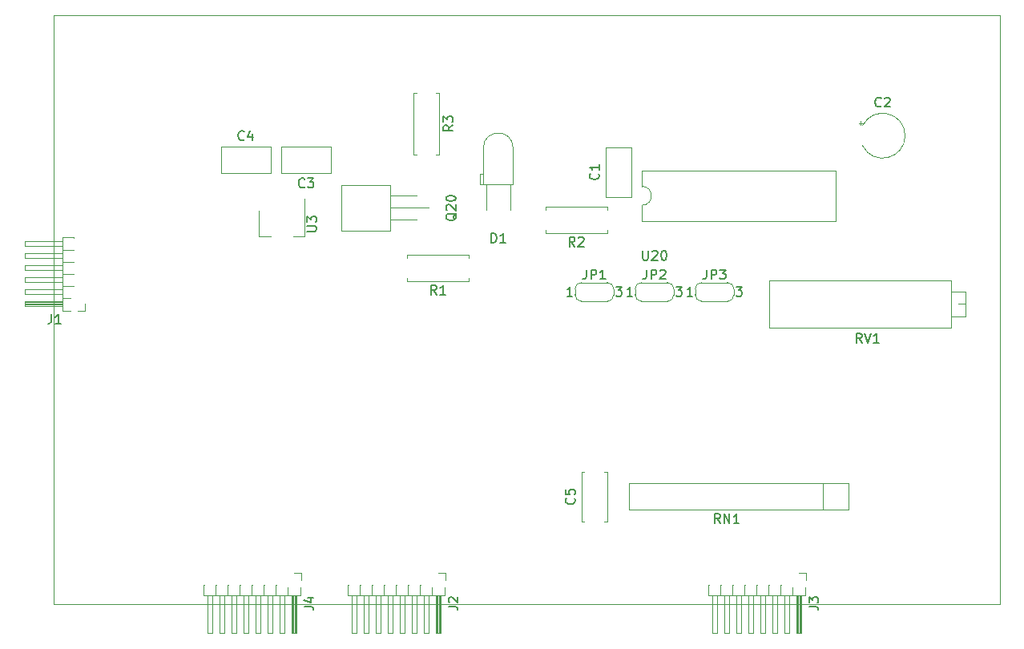
<source format=gto>
%TF.GenerationSoftware,KiCad,Pcbnew,5.1.3-ffb9f22~84~ubuntu16.04.1*%
%TF.CreationDate,2019-07-27T15:58:03+02:00*%
%TF.ProjectId,Raspberry-I2C-LCD-and-Keypad,52617370-6265-4727-9279-2d4932432d4c,rev?*%
%TF.SameCoordinates,Original*%
%TF.FileFunction,Legend,Top*%
%TF.FilePolarity,Positive*%
%FSLAX46Y46*%
G04 Gerber Fmt 4.6, Leading zero omitted, Abs format (unit mm)*
G04 Created by KiCad (PCBNEW 5.1.3-ffb9f22~84~ubuntu16.04.1) date 2019-07-27 15:58:03*
%MOMM*%
%LPD*%
G04 APERTURE LIST*
%ADD10C,0.050000*%
%ADD11C,0.120000*%
%ADD12C,0.150000*%
G04 APERTURE END LIST*
D10*
X191439800Y-69850000D02*
X91440000Y-69850000D01*
X191439800Y-132080000D02*
X191439800Y-69850000D01*
X91440000Y-132080000D02*
X191439800Y-132080000D01*
X91440000Y-69850000D02*
X91440000Y-132080000D01*
D11*
X149760000Y-83760000D02*
X152500000Y-83760000D01*
X149760000Y-89000000D02*
X152500000Y-89000000D01*
X152500000Y-89000000D02*
X152500000Y-83760000D01*
X149760000Y-89000000D02*
X149760000Y-83760000D01*
X176737712Y-80990000D02*
X176737712Y-81440000D01*
X176512712Y-81215000D02*
X176962712Y-81215000D01*
X176930260Y-83610000D02*
G75*
G03X176930259Y-81490000I2119740J1060000D01*
G01*
X115510000Y-86460000D02*
X115510000Y-83720000D01*
X120750000Y-86460000D02*
X120750000Y-83720000D01*
X120750000Y-83720000D02*
X115510000Y-83720000D01*
X120750000Y-86460000D02*
X115510000Y-86460000D01*
X114360000Y-83720000D02*
X114360000Y-86460000D01*
X109120000Y-83720000D02*
X109120000Y-86460000D01*
X109120000Y-86460000D02*
X114360000Y-86460000D01*
X109120000Y-83720000D02*
X114360000Y-83720000D01*
X137160000Y-90360000D02*
X137160000Y-90360000D01*
X137160000Y-87690000D02*
X137160000Y-90360000D01*
X137160000Y-87690000D02*
X137160000Y-87690000D01*
X137160000Y-90360000D02*
X137160000Y-87690000D01*
X139700000Y-90360000D02*
X139700000Y-90360000D01*
X139700000Y-87690000D02*
X139700000Y-90360000D01*
X139700000Y-87690000D02*
X139700000Y-87690000D01*
X139700000Y-90360000D02*
X139700000Y-87690000D01*
X136870000Y-87690000D02*
X136470000Y-87690000D01*
X136870000Y-86570000D02*
X136870000Y-87690000D01*
X136470000Y-86570000D02*
X136870000Y-86570000D01*
X136470000Y-87690000D02*
X136470000Y-86570000D01*
X139990000Y-87690000D02*
X136870000Y-87690000D01*
X136870000Y-87690000D02*
X136870000Y-83830000D01*
X139990000Y-87690000D02*
X139990000Y-83830000D01*
X136870000Y-83830000D02*
G75*
G02X139990000Y-83830000I1560000J0D01*
G01*
X94740000Y-101090000D02*
X93980000Y-101090000D01*
X94740000Y-100330000D02*
X94740000Y-101090000D01*
X88420000Y-93720000D02*
X92420000Y-93720000D01*
X88420000Y-94240000D02*
X88420000Y-93720000D01*
X92420000Y-94240000D02*
X88420000Y-94240000D01*
X93540000Y-94630323D02*
X93540000Y-94599677D01*
X93540000Y-94615000D02*
X92420000Y-94615000D01*
X88420000Y-94990000D02*
X92420000Y-94990000D01*
X88420000Y-95510000D02*
X88420000Y-94990000D01*
X92420000Y-95510000D02*
X88420000Y-95510000D01*
X93540000Y-95900323D02*
X93540000Y-95869677D01*
X93540000Y-95885000D02*
X92420000Y-95885000D01*
X88420000Y-96260000D02*
X92420000Y-96260000D01*
X88420000Y-96780000D02*
X88420000Y-96260000D01*
X92420000Y-96780000D02*
X88420000Y-96780000D01*
X93540000Y-97170323D02*
X93540000Y-97139677D01*
X93540000Y-97155000D02*
X92420000Y-97155000D01*
X88420000Y-97530000D02*
X92420000Y-97530000D01*
X88420000Y-98050000D02*
X88420000Y-97530000D01*
X92420000Y-98050000D02*
X88420000Y-98050000D01*
X93540000Y-98440323D02*
X93540000Y-98409677D01*
X93540000Y-98425000D02*
X92420000Y-98425000D01*
X88420000Y-98800000D02*
X92420000Y-98800000D01*
X88420000Y-99320000D02*
X88420000Y-98800000D01*
X92420000Y-99320000D02*
X88420000Y-99320000D01*
X93220000Y-99695000D02*
X92420000Y-99695000D01*
X92420000Y-100170000D02*
X88420000Y-100170000D01*
X92420000Y-100290000D02*
X88420000Y-100290000D01*
X92420000Y-100410000D02*
X88420000Y-100410000D01*
X92420000Y-100530000D02*
X88420000Y-100530000D01*
X88420000Y-100070000D02*
X92420000Y-100070000D01*
X88420000Y-100590000D02*
X88420000Y-100070000D01*
X92420000Y-100590000D02*
X88420000Y-100590000D01*
X93540000Y-93285000D02*
X93540000Y-93360323D01*
X92420000Y-93285000D02*
X93540000Y-93285000D01*
X92420000Y-101025000D02*
X92420000Y-93285000D01*
X93220000Y-101025000D02*
X92420000Y-101025000D01*
X132840000Y-128780000D02*
X132840000Y-129540000D01*
X132080000Y-128780000D02*
X132840000Y-128780000D01*
X122930000Y-135100000D02*
X122930000Y-131100000D01*
X123450000Y-135100000D02*
X122930000Y-135100000D01*
X123450000Y-131100000D02*
X123450000Y-135100000D01*
X123840323Y-129980000D02*
X123809677Y-129980000D01*
X123825000Y-129980000D02*
X123825000Y-131100000D01*
X124200000Y-135100000D02*
X124200000Y-131100000D01*
X124720000Y-135100000D02*
X124200000Y-135100000D01*
X124720000Y-131100000D02*
X124720000Y-135100000D01*
X125110323Y-129980000D02*
X125079677Y-129980000D01*
X125095000Y-129980000D02*
X125095000Y-131100000D01*
X125470000Y-135100000D02*
X125470000Y-131100000D01*
X125990000Y-135100000D02*
X125470000Y-135100000D01*
X125990000Y-131100000D02*
X125990000Y-135100000D01*
X126380323Y-129980000D02*
X126349677Y-129980000D01*
X126365000Y-129980000D02*
X126365000Y-131100000D01*
X126740000Y-135100000D02*
X126740000Y-131100000D01*
X127260000Y-135100000D02*
X126740000Y-135100000D01*
X127260000Y-131100000D02*
X127260000Y-135100000D01*
X127650323Y-129980000D02*
X127619677Y-129980000D01*
X127635000Y-129980000D02*
X127635000Y-131100000D01*
X128010000Y-135100000D02*
X128010000Y-131100000D01*
X128530000Y-135100000D02*
X128010000Y-135100000D01*
X128530000Y-131100000D02*
X128530000Y-135100000D01*
X128920323Y-129980000D02*
X128889677Y-129980000D01*
X128905000Y-129980000D02*
X128905000Y-131100000D01*
X129280000Y-135100000D02*
X129280000Y-131100000D01*
X129800000Y-135100000D02*
X129280000Y-135100000D01*
X129800000Y-131100000D02*
X129800000Y-135100000D01*
X130190323Y-129980000D02*
X130159677Y-129980000D01*
X130175000Y-129980000D02*
X130175000Y-131100000D01*
X130550000Y-135100000D02*
X130550000Y-131100000D01*
X131070000Y-135100000D02*
X130550000Y-135100000D01*
X131070000Y-131100000D02*
X131070000Y-135100000D01*
X131445000Y-130300000D02*
X131445000Y-131100000D01*
X131920000Y-131100000D02*
X131920000Y-135100000D01*
X132040000Y-131100000D02*
X132040000Y-135100000D01*
X132160000Y-131100000D02*
X132160000Y-135100000D01*
X132280000Y-131100000D02*
X132280000Y-135100000D01*
X131820000Y-135100000D02*
X131820000Y-131100000D01*
X132340000Y-135100000D02*
X131820000Y-135100000D01*
X132340000Y-131100000D02*
X132340000Y-135100000D01*
X122495000Y-129980000D02*
X122570323Y-129980000D01*
X122495000Y-131100000D02*
X122495000Y-129980000D01*
X132775000Y-131100000D02*
X122495000Y-131100000D01*
X132775000Y-130300000D02*
X132775000Y-131100000D01*
X170940000Y-128780000D02*
X170940000Y-129540000D01*
X170180000Y-128780000D02*
X170940000Y-128780000D01*
X161030000Y-135100000D02*
X161030000Y-131100000D01*
X161550000Y-135100000D02*
X161030000Y-135100000D01*
X161550000Y-131100000D02*
X161550000Y-135100000D01*
X161940323Y-129980000D02*
X161909677Y-129980000D01*
X161925000Y-129980000D02*
X161925000Y-131100000D01*
X162300000Y-135100000D02*
X162300000Y-131100000D01*
X162820000Y-135100000D02*
X162300000Y-135100000D01*
X162820000Y-131100000D02*
X162820000Y-135100000D01*
X163210323Y-129980000D02*
X163179677Y-129980000D01*
X163195000Y-129980000D02*
X163195000Y-131100000D01*
X163570000Y-135100000D02*
X163570000Y-131100000D01*
X164090000Y-135100000D02*
X163570000Y-135100000D01*
X164090000Y-131100000D02*
X164090000Y-135100000D01*
X164480323Y-129980000D02*
X164449677Y-129980000D01*
X164465000Y-129980000D02*
X164465000Y-131100000D01*
X164840000Y-135100000D02*
X164840000Y-131100000D01*
X165360000Y-135100000D02*
X164840000Y-135100000D01*
X165360000Y-131100000D02*
X165360000Y-135100000D01*
X165750323Y-129980000D02*
X165719677Y-129980000D01*
X165735000Y-129980000D02*
X165735000Y-131100000D01*
X166110000Y-135100000D02*
X166110000Y-131100000D01*
X166630000Y-135100000D02*
X166110000Y-135100000D01*
X166630000Y-131100000D02*
X166630000Y-135100000D01*
X167020323Y-129980000D02*
X166989677Y-129980000D01*
X167005000Y-129980000D02*
X167005000Y-131100000D01*
X167380000Y-135100000D02*
X167380000Y-131100000D01*
X167900000Y-135100000D02*
X167380000Y-135100000D01*
X167900000Y-131100000D02*
X167900000Y-135100000D01*
X168290323Y-129980000D02*
X168259677Y-129980000D01*
X168275000Y-129980000D02*
X168275000Y-131100000D01*
X168650000Y-135100000D02*
X168650000Y-131100000D01*
X169170000Y-135100000D02*
X168650000Y-135100000D01*
X169170000Y-131100000D02*
X169170000Y-135100000D01*
X169545000Y-130300000D02*
X169545000Y-131100000D01*
X170020000Y-131100000D02*
X170020000Y-135100000D01*
X170140000Y-131100000D02*
X170140000Y-135100000D01*
X170260000Y-131100000D02*
X170260000Y-135100000D01*
X170380000Y-131100000D02*
X170380000Y-135100000D01*
X169920000Y-135100000D02*
X169920000Y-131100000D01*
X170440000Y-135100000D02*
X169920000Y-135100000D01*
X170440000Y-131100000D02*
X170440000Y-135100000D01*
X160595000Y-129980000D02*
X160670323Y-129980000D01*
X160595000Y-131100000D02*
X160595000Y-129980000D01*
X170875000Y-131100000D02*
X160595000Y-131100000D01*
X170875000Y-130300000D02*
X170875000Y-131100000D01*
X117600000Y-128780000D02*
X117600000Y-129540000D01*
X116840000Y-128780000D02*
X117600000Y-128780000D01*
X107690000Y-135100000D02*
X107690000Y-131100000D01*
X108210000Y-135100000D02*
X107690000Y-135100000D01*
X108210000Y-131100000D02*
X108210000Y-135100000D01*
X108600323Y-129980000D02*
X108569677Y-129980000D01*
X108585000Y-129980000D02*
X108585000Y-131100000D01*
X108960000Y-135100000D02*
X108960000Y-131100000D01*
X109480000Y-135100000D02*
X108960000Y-135100000D01*
X109480000Y-131100000D02*
X109480000Y-135100000D01*
X109870323Y-129980000D02*
X109839677Y-129980000D01*
X109855000Y-129980000D02*
X109855000Y-131100000D01*
X110230000Y-135100000D02*
X110230000Y-131100000D01*
X110750000Y-135100000D02*
X110230000Y-135100000D01*
X110750000Y-131100000D02*
X110750000Y-135100000D01*
X111140323Y-129980000D02*
X111109677Y-129980000D01*
X111125000Y-129980000D02*
X111125000Y-131100000D01*
X111500000Y-135100000D02*
X111500000Y-131100000D01*
X112020000Y-135100000D02*
X111500000Y-135100000D01*
X112020000Y-131100000D02*
X112020000Y-135100000D01*
X112410323Y-129980000D02*
X112379677Y-129980000D01*
X112395000Y-129980000D02*
X112395000Y-131100000D01*
X112770000Y-135100000D02*
X112770000Y-131100000D01*
X113290000Y-135100000D02*
X112770000Y-135100000D01*
X113290000Y-131100000D02*
X113290000Y-135100000D01*
X113680323Y-129980000D02*
X113649677Y-129980000D01*
X113665000Y-129980000D02*
X113665000Y-131100000D01*
X114040000Y-135100000D02*
X114040000Y-131100000D01*
X114560000Y-135100000D02*
X114040000Y-135100000D01*
X114560000Y-131100000D02*
X114560000Y-135100000D01*
X114950323Y-129980000D02*
X114919677Y-129980000D01*
X114935000Y-129980000D02*
X114935000Y-131100000D01*
X115310000Y-135100000D02*
X115310000Y-131100000D01*
X115830000Y-135100000D02*
X115310000Y-135100000D01*
X115830000Y-131100000D02*
X115830000Y-135100000D01*
X116205000Y-130300000D02*
X116205000Y-131100000D01*
X116680000Y-131100000D02*
X116680000Y-135100000D01*
X116800000Y-131100000D02*
X116800000Y-135100000D01*
X116920000Y-131100000D02*
X116920000Y-135100000D01*
X117040000Y-131100000D02*
X117040000Y-135100000D01*
X116580000Y-135100000D02*
X116580000Y-131100000D01*
X117100000Y-135100000D02*
X116580000Y-135100000D01*
X117100000Y-131100000D02*
X117100000Y-135100000D01*
X107255000Y-129980000D02*
X107330323Y-129980000D01*
X107255000Y-131100000D02*
X107255000Y-129980000D01*
X117535000Y-131100000D02*
X107255000Y-131100000D01*
X117535000Y-130300000D02*
X117535000Y-131100000D01*
X146540000Y-98760000D02*
G75*
G02X147240000Y-98060000I700000J0D01*
G01*
X147240000Y-100060000D02*
G75*
G02X146540000Y-99360000I0J700000D01*
G01*
X150640000Y-99360000D02*
G75*
G02X149940000Y-100060000I-700000J0D01*
G01*
X149940000Y-98060000D02*
G75*
G02X150640000Y-98760000I0J-700000D01*
G01*
X147190000Y-98060000D02*
X149990000Y-98060000D01*
X150640000Y-98760000D02*
X150640000Y-99360000D01*
X149990000Y-100060000D02*
X147190000Y-100060000D01*
X146540000Y-99360000D02*
X146540000Y-98760000D01*
X152890000Y-98760000D02*
G75*
G02X153590000Y-98060000I700000J0D01*
G01*
X153590000Y-100060000D02*
G75*
G02X152890000Y-99360000I0J700000D01*
G01*
X156990000Y-99360000D02*
G75*
G02X156290000Y-100060000I-700000J0D01*
G01*
X156290000Y-98060000D02*
G75*
G02X156990000Y-98760000I0J-700000D01*
G01*
X153540000Y-98060000D02*
X156340000Y-98060000D01*
X156990000Y-98760000D02*
X156990000Y-99360000D01*
X156340000Y-100060000D02*
X153540000Y-100060000D01*
X152890000Y-99360000D02*
X152890000Y-98760000D01*
X159240000Y-98760000D02*
G75*
G02X159940000Y-98060000I700000J0D01*
G01*
X159940000Y-100060000D02*
G75*
G02X159240000Y-99360000I0J700000D01*
G01*
X163340000Y-99360000D02*
G75*
G02X162640000Y-100060000I-700000J0D01*
G01*
X162640000Y-98060000D02*
G75*
G02X163340000Y-98760000I0J-700000D01*
G01*
X159890000Y-98060000D02*
X162690000Y-98060000D01*
X163340000Y-98760000D02*
X163340000Y-99360000D01*
X162690000Y-100060000D02*
X159890000Y-100060000D01*
X159240000Y-99360000D02*
X159240000Y-98760000D01*
X121810000Y-87770000D02*
X127000000Y-87770000D01*
X121810000Y-92570000D02*
X121810000Y-87770000D01*
X127000000Y-92570000D02*
X121810000Y-92570000D01*
X127000000Y-87770000D02*
X127000000Y-92570000D01*
X129790000Y-91440000D02*
X127000000Y-91440000D01*
X131060000Y-90170000D02*
X127000000Y-90170000D01*
X129790000Y-88900000D02*
X127000000Y-88900000D01*
X128810000Y-95150000D02*
X128810000Y-95480000D01*
X135350000Y-95150000D02*
X128810000Y-95150000D01*
X135350000Y-95480000D02*
X135350000Y-95150000D01*
X128810000Y-97890000D02*
X128810000Y-97560000D01*
X135350000Y-97890000D02*
X128810000Y-97890000D01*
X135350000Y-97560000D02*
X135350000Y-97890000D01*
X149955000Y-92480000D02*
X149955000Y-92810000D01*
X149955000Y-92810000D02*
X143415000Y-92810000D01*
X143415000Y-92810000D02*
X143415000Y-92480000D01*
X149955000Y-90400000D02*
X149955000Y-90070000D01*
X149955000Y-90070000D02*
X143415000Y-90070000D01*
X143415000Y-90070000D02*
X143415000Y-90400000D01*
X129440000Y-84550000D02*
X129770000Y-84550000D01*
X129440000Y-78010000D02*
X129440000Y-84550000D01*
X129770000Y-78010000D02*
X129440000Y-78010000D01*
X132180000Y-84550000D02*
X131850000Y-84550000D01*
X132180000Y-78010000D02*
X132180000Y-84550000D01*
X131850000Y-78010000D02*
X132180000Y-78010000D01*
X172720000Y-122050000D02*
X172720000Y-119250000D01*
X152230000Y-122050000D02*
X175430000Y-122050000D01*
X152230000Y-119250000D02*
X152230000Y-122050000D01*
X175430000Y-119250000D02*
X152230000Y-119250000D01*
X175430000Y-122050000D02*
X175430000Y-119250000D01*
X187820000Y-100330000D02*
X187061000Y-100330000D01*
X186301000Y-101630000D02*
X186301000Y-99030000D01*
X187820000Y-101630000D02*
X187820000Y-99030000D01*
X187820000Y-99030000D02*
X186301000Y-99030000D01*
X187820000Y-101630000D02*
X186301000Y-101630000D01*
X167060000Y-102850000D02*
X167060000Y-97810000D01*
X186300000Y-102850000D02*
X186300000Y-97810000D01*
X186300000Y-97810000D02*
X167060000Y-97810000D01*
X186300000Y-102850000D02*
X167060000Y-102850000D01*
X153610000Y-86250000D02*
X153610000Y-87900000D01*
X174050000Y-86250000D02*
X153610000Y-86250000D01*
X174050000Y-91550000D02*
X174050000Y-86250000D01*
X153610000Y-91550000D02*
X174050000Y-91550000D01*
X153610000Y-89900000D02*
X153610000Y-91550000D01*
X153610000Y-87900000D02*
G75*
G02X153610000Y-89900000I0J-1000000D01*
G01*
X149645000Y-118070000D02*
X149960000Y-118070000D01*
X147220000Y-118070000D02*
X147535000Y-118070000D01*
X149645000Y-123310000D02*
X149960000Y-123310000D01*
X147220000Y-123310000D02*
X147535000Y-123310000D01*
X149960000Y-123310000D02*
X149960000Y-118070000D01*
X147220000Y-123310000D02*
X147220000Y-118070000D01*
X117970000Y-93220000D02*
X116770000Y-93220000D01*
X117970000Y-89220000D02*
X117970000Y-93220000D01*
X113170000Y-93220000D02*
X113170000Y-90520000D01*
X114370000Y-93220000D02*
X113170000Y-93220000D01*
D12*
X148987142Y-86546666D02*
X149034761Y-86594285D01*
X149082380Y-86737142D01*
X149082380Y-86832380D01*
X149034761Y-86975238D01*
X148939523Y-87070476D01*
X148844285Y-87118095D01*
X148653809Y-87165714D01*
X148510952Y-87165714D01*
X148320476Y-87118095D01*
X148225238Y-87070476D01*
X148130000Y-86975238D01*
X148082380Y-86832380D01*
X148082380Y-86737142D01*
X148130000Y-86594285D01*
X148177619Y-86546666D01*
X149082380Y-85594285D02*
X149082380Y-86165714D01*
X149082380Y-85880000D02*
X148082380Y-85880000D01*
X148225238Y-85975238D01*
X148320476Y-86070476D01*
X148368095Y-86165714D01*
X178883333Y-79407142D02*
X178835714Y-79454761D01*
X178692857Y-79502380D01*
X178597619Y-79502380D01*
X178454761Y-79454761D01*
X178359523Y-79359523D01*
X178311904Y-79264285D01*
X178264285Y-79073809D01*
X178264285Y-78930952D01*
X178311904Y-78740476D01*
X178359523Y-78645238D01*
X178454761Y-78550000D01*
X178597619Y-78502380D01*
X178692857Y-78502380D01*
X178835714Y-78550000D01*
X178883333Y-78597619D01*
X179264285Y-78597619D02*
X179311904Y-78550000D01*
X179407142Y-78502380D01*
X179645238Y-78502380D01*
X179740476Y-78550000D01*
X179788095Y-78597619D01*
X179835714Y-78692857D01*
X179835714Y-78788095D01*
X179788095Y-78930952D01*
X179216666Y-79502380D01*
X179835714Y-79502380D01*
X117963333Y-87947142D02*
X117915714Y-87994761D01*
X117772857Y-88042380D01*
X117677619Y-88042380D01*
X117534761Y-87994761D01*
X117439523Y-87899523D01*
X117391904Y-87804285D01*
X117344285Y-87613809D01*
X117344285Y-87470952D01*
X117391904Y-87280476D01*
X117439523Y-87185238D01*
X117534761Y-87090000D01*
X117677619Y-87042380D01*
X117772857Y-87042380D01*
X117915714Y-87090000D01*
X117963333Y-87137619D01*
X118296666Y-87042380D02*
X118915714Y-87042380D01*
X118582380Y-87423333D01*
X118725238Y-87423333D01*
X118820476Y-87470952D01*
X118868095Y-87518571D01*
X118915714Y-87613809D01*
X118915714Y-87851904D01*
X118868095Y-87947142D01*
X118820476Y-87994761D01*
X118725238Y-88042380D01*
X118439523Y-88042380D01*
X118344285Y-87994761D01*
X118296666Y-87947142D01*
X111573333Y-82947142D02*
X111525714Y-82994761D01*
X111382857Y-83042380D01*
X111287619Y-83042380D01*
X111144761Y-82994761D01*
X111049523Y-82899523D01*
X111001904Y-82804285D01*
X110954285Y-82613809D01*
X110954285Y-82470952D01*
X111001904Y-82280476D01*
X111049523Y-82185238D01*
X111144761Y-82090000D01*
X111287619Y-82042380D01*
X111382857Y-82042380D01*
X111525714Y-82090000D01*
X111573333Y-82137619D01*
X112430476Y-82375714D02*
X112430476Y-83042380D01*
X112192380Y-81994761D02*
X111954285Y-82709047D01*
X112573333Y-82709047D01*
X137691904Y-93852380D02*
X137691904Y-92852380D01*
X137930000Y-92852380D01*
X138072857Y-92900000D01*
X138168095Y-92995238D01*
X138215714Y-93090476D01*
X138263333Y-93280952D01*
X138263333Y-93423809D01*
X138215714Y-93614285D01*
X138168095Y-93709523D01*
X138072857Y-93804761D01*
X137930000Y-93852380D01*
X137691904Y-93852380D01*
X139215714Y-93852380D02*
X138644285Y-93852380D01*
X138930000Y-93852380D02*
X138930000Y-92852380D01*
X138834761Y-92995238D01*
X138739523Y-93090476D01*
X138644285Y-93138095D01*
X91214166Y-101417380D02*
X91214166Y-102131666D01*
X91166547Y-102274523D01*
X91071309Y-102369761D01*
X90928452Y-102417380D01*
X90833214Y-102417380D01*
X92214166Y-102417380D02*
X91642738Y-102417380D01*
X91928452Y-102417380D02*
X91928452Y-101417380D01*
X91833214Y-101560238D01*
X91737976Y-101655476D01*
X91642738Y-101703095D01*
X133167380Y-132305833D02*
X133881666Y-132305833D01*
X134024523Y-132353452D01*
X134119761Y-132448690D01*
X134167380Y-132591547D01*
X134167380Y-132686785D01*
X133262619Y-131877261D02*
X133215000Y-131829642D01*
X133167380Y-131734404D01*
X133167380Y-131496309D01*
X133215000Y-131401071D01*
X133262619Y-131353452D01*
X133357857Y-131305833D01*
X133453095Y-131305833D01*
X133595952Y-131353452D01*
X134167380Y-131924880D01*
X134167380Y-131305833D01*
X171267380Y-132305833D02*
X171981666Y-132305833D01*
X172124523Y-132353452D01*
X172219761Y-132448690D01*
X172267380Y-132591547D01*
X172267380Y-132686785D01*
X171267380Y-131924880D02*
X171267380Y-131305833D01*
X171648333Y-131639166D01*
X171648333Y-131496309D01*
X171695952Y-131401071D01*
X171743571Y-131353452D01*
X171838809Y-131305833D01*
X172076904Y-131305833D01*
X172172142Y-131353452D01*
X172219761Y-131401071D01*
X172267380Y-131496309D01*
X172267380Y-131782023D01*
X172219761Y-131877261D01*
X172172142Y-131924880D01*
X117927380Y-132305833D02*
X118641666Y-132305833D01*
X118784523Y-132353452D01*
X118879761Y-132448690D01*
X118927380Y-132591547D01*
X118927380Y-132686785D01*
X118260714Y-131401071D02*
X118927380Y-131401071D01*
X117879761Y-131639166D02*
X118594047Y-131877261D01*
X118594047Y-131258214D01*
X147756666Y-96712380D02*
X147756666Y-97426666D01*
X147709047Y-97569523D01*
X147613809Y-97664761D01*
X147470952Y-97712380D01*
X147375714Y-97712380D01*
X148232857Y-97712380D02*
X148232857Y-96712380D01*
X148613809Y-96712380D01*
X148709047Y-96760000D01*
X148756666Y-96807619D01*
X148804285Y-96902857D01*
X148804285Y-97045714D01*
X148756666Y-97140952D01*
X148709047Y-97188571D01*
X148613809Y-97236190D01*
X148232857Y-97236190D01*
X149756666Y-97712380D02*
X149185238Y-97712380D01*
X149470952Y-97712380D02*
X149470952Y-96712380D01*
X149375714Y-96855238D01*
X149280476Y-96950476D01*
X149185238Y-96998095D01*
X146275714Y-99512380D02*
X145704285Y-99512380D01*
X145990000Y-99512380D02*
X145990000Y-98512380D01*
X145894761Y-98655238D01*
X145799523Y-98750476D01*
X145704285Y-98798095D01*
X150856666Y-98512380D02*
X151475714Y-98512380D01*
X151142380Y-98893333D01*
X151285238Y-98893333D01*
X151380476Y-98940952D01*
X151428095Y-98988571D01*
X151475714Y-99083809D01*
X151475714Y-99321904D01*
X151428095Y-99417142D01*
X151380476Y-99464761D01*
X151285238Y-99512380D01*
X150999523Y-99512380D01*
X150904285Y-99464761D01*
X150856666Y-99417142D01*
X154106666Y-96712380D02*
X154106666Y-97426666D01*
X154059047Y-97569523D01*
X153963809Y-97664761D01*
X153820952Y-97712380D01*
X153725714Y-97712380D01*
X154582857Y-97712380D02*
X154582857Y-96712380D01*
X154963809Y-96712380D01*
X155059047Y-96760000D01*
X155106666Y-96807619D01*
X155154285Y-96902857D01*
X155154285Y-97045714D01*
X155106666Y-97140952D01*
X155059047Y-97188571D01*
X154963809Y-97236190D01*
X154582857Y-97236190D01*
X155535238Y-96807619D02*
X155582857Y-96760000D01*
X155678095Y-96712380D01*
X155916190Y-96712380D01*
X156011428Y-96760000D01*
X156059047Y-96807619D01*
X156106666Y-96902857D01*
X156106666Y-96998095D01*
X156059047Y-97140952D01*
X155487619Y-97712380D01*
X156106666Y-97712380D01*
X152625714Y-99512380D02*
X152054285Y-99512380D01*
X152340000Y-99512380D02*
X152340000Y-98512380D01*
X152244761Y-98655238D01*
X152149523Y-98750476D01*
X152054285Y-98798095D01*
X157206666Y-98512380D02*
X157825714Y-98512380D01*
X157492380Y-98893333D01*
X157635238Y-98893333D01*
X157730476Y-98940952D01*
X157778095Y-98988571D01*
X157825714Y-99083809D01*
X157825714Y-99321904D01*
X157778095Y-99417142D01*
X157730476Y-99464761D01*
X157635238Y-99512380D01*
X157349523Y-99512380D01*
X157254285Y-99464761D01*
X157206666Y-99417142D01*
X160456666Y-96712380D02*
X160456666Y-97426666D01*
X160409047Y-97569523D01*
X160313809Y-97664761D01*
X160170952Y-97712380D01*
X160075714Y-97712380D01*
X160932857Y-97712380D02*
X160932857Y-96712380D01*
X161313809Y-96712380D01*
X161409047Y-96760000D01*
X161456666Y-96807619D01*
X161504285Y-96902857D01*
X161504285Y-97045714D01*
X161456666Y-97140952D01*
X161409047Y-97188571D01*
X161313809Y-97236190D01*
X160932857Y-97236190D01*
X161837619Y-96712380D02*
X162456666Y-96712380D01*
X162123333Y-97093333D01*
X162266190Y-97093333D01*
X162361428Y-97140952D01*
X162409047Y-97188571D01*
X162456666Y-97283809D01*
X162456666Y-97521904D01*
X162409047Y-97617142D01*
X162361428Y-97664761D01*
X162266190Y-97712380D01*
X161980476Y-97712380D01*
X161885238Y-97664761D01*
X161837619Y-97617142D01*
X158975714Y-99512380D02*
X158404285Y-99512380D01*
X158690000Y-99512380D02*
X158690000Y-98512380D01*
X158594761Y-98655238D01*
X158499523Y-98750476D01*
X158404285Y-98798095D01*
X163556666Y-98512380D02*
X164175714Y-98512380D01*
X163842380Y-98893333D01*
X163985238Y-98893333D01*
X164080476Y-98940952D01*
X164128095Y-98988571D01*
X164175714Y-99083809D01*
X164175714Y-99321904D01*
X164128095Y-99417142D01*
X164080476Y-99464761D01*
X163985238Y-99512380D01*
X163699523Y-99512380D01*
X163604285Y-99464761D01*
X163556666Y-99417142D01*
X134027619Y-90741428D02*
X133980000Y-90836666D01*
X133884761Y-90931904D01*
X133741904Y-91074761D01*
X133694285Y-91170000D01*
X133694285Y-91265238D01*
X133932380Y-91217619D02*
X133884761Y-91312857D01*
X133789523Y-91408095D01*
X133599047Y-91455714D01*
X133265714Y-91455714D01*
X133075238Y-91408095D01*
X132980000Y-91312857D01*
X132932380Y-91217619D01*
X132932380Y-91027142D01*
X132980000Y-90931904D01*
X133075238Y-90836666D01*
X133265714Y-90789047D01*
X133599047Y-90789047D01*
X133789523Y-90836666D01*
X133884761Y-90931904D01*
X133932380Y-91027142D01*
X133932380Y-91217619D01*
X133027619Y-90408095D02*
X132980000Y-90360476D01*
X132932380Y-90265238D01*
X132932380Y-90027142D01*
X132980000Y-89931904D01*
X133027619Y-89884285D01*
X133122857Y-89836666D01*
X133218095Y-89836666D01*
X133360952Y-89884285D01*
X133932380Y-90455714D01*
X133932380Y-89836666D01*
X132932380Y-89217619D02*
X132932380Y-89122380D01*
X132980000Y-89027142D01*
X133027619Y-88979523D01*
X133122857Y-88931904D01*
X133313333Y-88884285D01*
X133551428Y-88884285D01*
X133741904Y-88931904D01*
X133837142Y-88979523D01*
X133884761Y-89027142D01*
X133932380Y-89122380D01*
X133932380Y-89217619D01*
X133884761Y-89312857D01*
X133837142Y-89360476D01*
X133741904Y-89408095D01*
X133551428Y-89455714D01*
X133313333Y-89455714D01*
X133122857Y-89408095D01*
X133027619Y-89360476D01*
X132980000Y-89312857D01*
X132932380Y-89217619D01*
X131913333Y-99342380D02*
X131580000Y-98866190D01*
X131341904Y-99342380D02*
X131341904Y-98342380D01*
X131722857Y-98342380D01*
X131818095Y-98390000D01*
X131865714Y-98437619D01*
X131913333Y-98532857D01*
X131913333Y-98675714D01*
X131865714Y-98770952D01*
X131818095Y-98818571D01*
X131722857Y-98866190D01*
X131341904Y-98866190D01*
X132865714Y-99342380D02*
X132294285Y-99342380D01*
X132580000Y-99342380D02*
X132580000Y-98342380D01*
X132484761Y-98485238D01*
X132389523Y-98580476D01*
X132294285Y-98628095D01*
X146518333Y-94262380D02*
X146185000Y-93786190D01*
X145946904Y-94262380D02*
X145946904Y-93262380D01*
X146327857Y-93262380D01*
X146423095Y-93310000D01*
X146470714Y-93357619D01*
X146518333Y-93452857D01*
X146518333Y-93595714D01*
X146470714Y-93690952D01*
X146423095Y-93738571D01*
X146327857Y-93786190D01*
X145946904Y-93786190D01*
X146899285Y-93357619D02*
X146946904Y-93310000D01*
X147042142Y-93262380D01*
X147280238Y-93262380D01*
X147375476Y-93310000D01*
X147423095Y-93357619D01*
X147470714Y-93452857D01*
X147470714Y-93548095D01*
X147423095Y-93690952D01*
X146851666Y-94262380D01*
X147470714Y-94262380D01*
X133632380Y-81446666D02*
X133156190Y-81780000D01*
X133632380Y-82018095D02*
X132632380Y-82018095D01*
X132632380Y-81637142D01*
X132680000Y-81541904D01*
X132727619Y-81494285D01*
X132822857Y-81446666D01*
X132965714Y-81446666D01*
X133060952Y-81494285D01*
X133108571Y-81541904D01*
X133156190Y-81637142D01*
X133156190Y-82018095D01*
X132632380Y-81113333D02*
X132632380Y-80494285D01*
X133013333Y-80827619D01*
X133013333Y-80684761D01*
X133060952Y-80589523D01*
X133108571Y-80541904D01*
X133203809Y-80494285D01*
X133441904Y-80494285D01*
X133537142Y-80541904D01*
X133584761Y-80589523D01*
X133632380Y-80684761D01*
X133632380Y-80970476D01*
X133584761Y-81065714D01*
X133537142Y-81113333D01*
X161869523Y-123502380D02*
X161536190Y-123026190D01*
X161298095Y-123502380D02*
X161298095Y-122502380D01*
X161679047Y-122502380D01*
X161774285Y-122550000D01*
X161821904Y-122597619D01*
X161869523Y-122692857D01*
X161869523Y-122835714D01*
X161821904Y-122930952D01*
X161774285Y-122978571D01*
X161679047Y-123026190D01*
X161298095Y-123026190D01*
X162298095Y-123502380D02*
X162298095Y-122502380D01*
X162869523Y-123502380D01*
X162869523Y-122502380D01*
X163869523Y-123502380D02*
X163298095Y-123502380D01*
X163583809Y-123502380D02*
X163583809Y-122502380D01*
X163488571Y-122645238D01*
X163393333Y-122740476D01*
X163298095Y-122788095D01*
X176844761Y-104432380D02*
X176511428Y-103956190D01*
X176273333Y-104432380D02*
X176273333Y-103432380D01*
X176654285Y-103432380D01*
X176749523Y-103480000D01*
X176797142Y-103527619D01*
X176844761Y-103622857D01*
X176844761Y-103765714D01*
X176797142Y-103860952D01*
X176749523Y-103908571D01*
X176654285Y-103956190D01*
X176273333Y-103956190D01*
X177130476Y-103432380D02*
X177463809Y-104432380D01*
X177797142Y-103432380D01*
X178654285Y-104432380D02*
X178082857Y-104432380D01*
X178368571Y-104432380D02*
X178368571Y-103432380D01*
X178273333Y-103575238D01*
X178178095Y-103670476D01*
X178082857Y-103718095D01*
X153701904Y-94702380D02*
X153701904Y-95511904D01*
X153749523Y-95607142D01*
X153797142Y-95654761D01*
X153892380Y-95702380D01*
X154082857Y-95702380D01*
X154178095Y-95654761D01*
X154225714Y-95607142D01*
X154273333Y-95511904D01*
X154273333Y-94702380D01*
X154701904Y-94797619D02*
X154749523Y-94750000D01*
X154844761Y-94702380D01*
X155082857Y-94702380D01*
X155178095Y-94750000D01*
X155225714Y-94797619D01*
X155273333Y-94892857D01*
X155273333Y-94988095D01*
X155225714Y-95130952D01*
X154654285Y-95702380D01*
X155273333Y-95702380D01*
X155892380Y-94702380D02*
X155987619Y-94702380D01*
X156082857Y-94750000D01*
X156130476Y-94797619D01*
X156178095Y-94892857D01*
X156225714Y-95083333D01*
X156225714Y-95321428D01*
X156178095Y-95511904D01*
X156130476Y-95607142D01*
X156082857Y-95654761D01*
X155987619Y-95702380D01*
X155892380Y-95702380D01*
X155797142Y-95654761D01*
X155749523Y-95607142D01*
X155701904Y-95511904D01*
X155654285Y-95321428D01*
X155654285Y-95083333D01*
X155701904Y-94892857D01*
X155749523Y-94797619D01*
X155797142Y-94750000D01*
X155892380Y-94702380D01*
X146447142Y-120856666D02*
X146494761Y-120904285D01*
X146542380Y-121047142D01*
X146542380Y-121142380D01*
X146494761Y-121285238D01*
X146399523Y-121380476D01*
X146304285Y-121428095D01*
X146113809Y-121475714D01*
X145970952Y-121475714D01*
X145780476Y-121428095D01*
X145685238Y-121380476D01*
X145590000Y-121285238D01*
X145542380Y-121142380D01*
X145542380Y-121047142D01*
X145590000Y-120904285D01*
X145637619Y-120856666D01*
X145542380Y-119951904D02*
X145542380Y-120428095D01*
X146018571Y-120475714D01*
X145970952Y-120428095D01*
X145923333Y-120332857D01*
X145923333Y-120094761D01*
X145970952Y-119999523D01*
X146018571Y-119951904D01*
X146113809Y-119904285D01*
X146351904Y-119904285D01*
X146447142Y-119951904D01*
X146494761Y-119999523D01*
X146542380Y-120094761D01*
X146542380Y-120332857D01*
X146494761Y-120428095D01*
X146447142Y-120475714D01*
X118222380Y-92651904D02*
X119031904Y-92651904D01*
X119127142Y-92604285D01*
X119174761Y-92556666D01*
X119222380Y-92461428D01*
X119222380Y-92270952D01*
X119174761Y-92175714D01*
X119127142Y-92128095D01*
X119031904Y-92080476D01*
X118222380Y-92080476D01*
X118222380Y-91699523D02*
X118222380Y-91080476D01*
X118603333Y-91413809D01*
X118603333Y-91270952D01*
X118650952Y-91175714D01*
X118698571Y-91128095D01*
X118793809Y-91080476D01*
X119031904Y-91080476D01*
X119127142Y-91128095D01*
X119174761Y-91175714D01*
X119222380Y-91270952D01*
X119222380Y-91556666D01*
X119174761Y-91651904D01*
X119127142Y-91699523D01*
M02*

</source>
